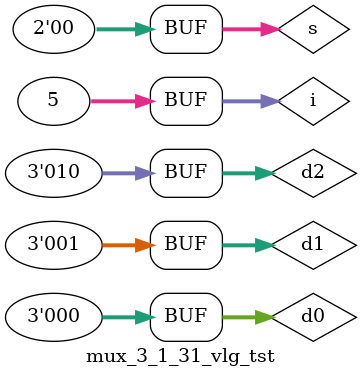
<source format=v>
`timescale 1 ps/1 ps

module mux_3_1_31_vlg_tst();

reg [1:0] s;
reg [2:0] d0; 
reg [2:0] d1;
reg [2:0] d2;

wire [2:0] y;

integer i;

mux_3_1_31 dut (
	.s  (s),
	.d0 (d0),
	.d1 (d1),
	.d2 (d2),
	.y  (y)
);

initial begin 
	$monitor("s = %b d0 = %b d1 = %b d2 = %b y = %b", s, d0, d1, d2, y);
	d0 = 2'b000; d1 = 2'b001; d2 = 2'b010;
	
	for (i = 0; i <= 4; i = i + 1) begin
		#10 s = i;
	end
end

endmodule

</source>
